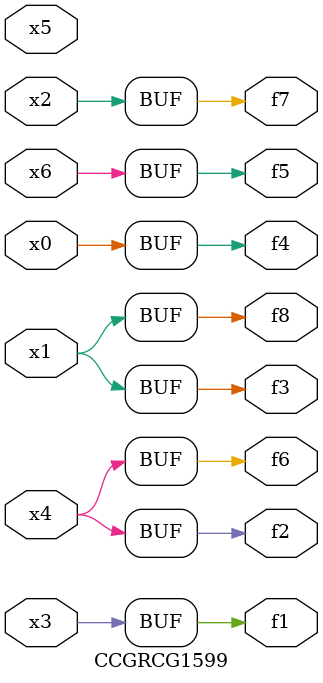
<source format=v>
module CCGRCG1599(
	input x0, x1, x2, x3, x4, x5, x6,
	output f1, f2, f3, f4, f5, f6, f7, f8
);
	assign f1 = x3;
	assign f2 = x4;
	assign f3 = x1;
	assign f4 = x0;
	assign f5 = x6;
	assign f6 = x4;
	assign f7 = x2;
	assign f8 = x1;
endmodule

</source>
